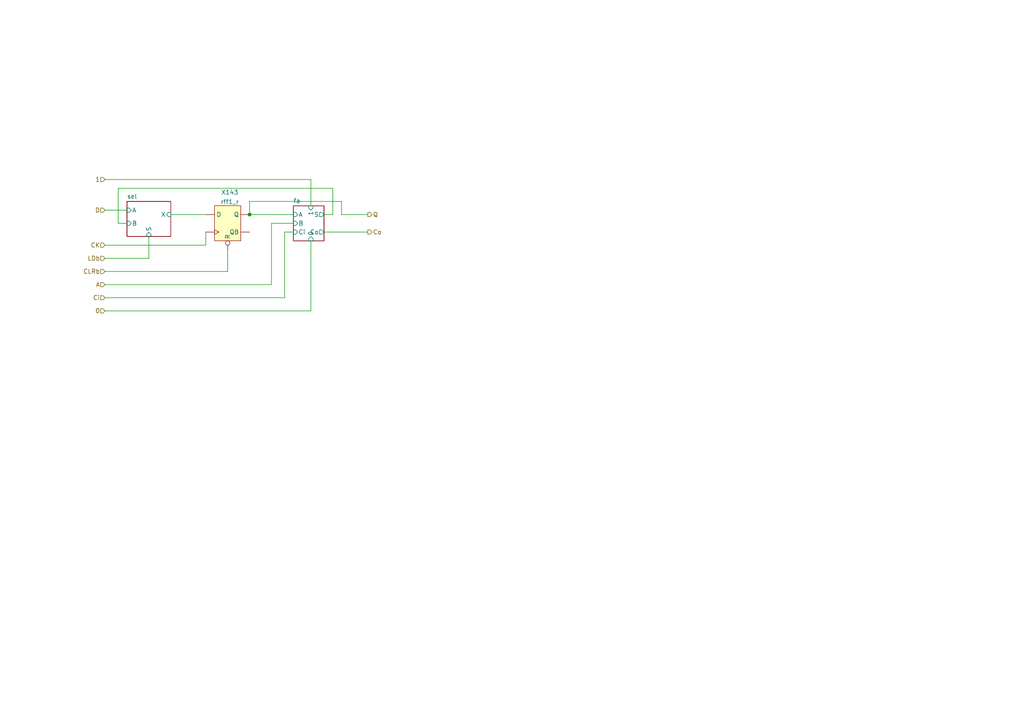
<source format=kicad_sch>
(kicad_sch (version 20211123) (generator eeschema)
  (paper "A4")
  (lib_symbols
    (symbol "OR1_SC:rff1_r"
      (property "Reference" "X" (at 0 6.35 0))
      (property "Value" "rff1_r" (at 3.81 -7.62 0))
      (symbol "rff1_r_0_1"
        (rectangle (start -3.81 5.08) (end 3.81 -5.08) (stroke (width 0.1524)) (fill (type background)))
      )
      (symbol "rff1_r_1_1"
        (pin input clock (at -6.35 -2.54 0) (length 2.54) (name "CK") (number ""))
        (pin input line (at -6.35 2.54 0) (length 2.54) (name "D") (number ""))
        (pin output line (at 6.35 2.54 180) (length 2.54) (name "Q") (number ""))
        (pin output line (at 6.35 -2.54 180) (length 2.54) (name "QB") (number ""))
        (pin input inverted (at 0 -7.62 90) (length 2.54) (name "R") (number ""))
        (pin power_in line (at 2.54 5.08 0) (length 2.54) hide (name "VDD") (number ""))
        (pin power_in line (at 2.54 -5.08 0) (length 2.54) hide (name "VSS") (number ""))
      )
    )
  )
  (junction (at 72.39 62.23))
  (wire (pts (xy 30.48 82.55) (xy 78.74 82.55)))
  (wire (pts (xy 96.52 62.23) (xy 93.98 62.23)))
  (wire (pts (xy 78.74 82.55) (xy 78.74 64.77)))
  (wire (pts (xy 72.39 58.42) (xy 99.06 58.42)))
  (wire (pts (xy 30.48 71.12) (xy 59.69 71.12)))
  (wire (pts (xy 30.48 86.36) (xy 82.55 86.36)))
  (wire (pts (xy 43.18 74.93) (xy 43.18 68.58)))
  (wire (pts (xy 59.69 71.12) (xy 59.69 67.31)))
  (wire (pts (xy 99.06 62.23) (xy 106.68 62.23)))
  (wire (pts (xy 90.17 90.17) (xy 90.17 69.85)))
  (wire (pts (xy 30.48 60.96) (xy 36.83 60.96)))
  (wire (pts (xy 34.29 64.77) (xy 36.83 64.77)))
  (wire (pts (xy 72.39 62.23) (xy 85.09 62.23)))
  (wire (pts (xy 30.48 90.17) (xy 90.17 90.17)))
  (wire (pts (xy 34.29 54.61) (xy 96.52 54.61)))
  (wire (pts (xy 30.48 52.07) (xy 90.17 52.07)))
  (wire (pts (xy 93.98 67.31) (xy 106.68 67.31)))
  (wire (pts (xy 90.17 52.07) (xy 90.17 59.69)))
  (wire (pts (xy 30.48 78.74) (xy 66.04 78.74)))
  (wire (pts (xy 72.39 62.23) (xy 72.39 58.42)))
  (wire (pts (xy 82.55 86.36) (xy 82.55 67.31)))
  (wire (pts (xy 49.53 62.23) (xy 59.69 62.23)))
  (wire (pts (xy 96.52 54.61) (xy 96.52 62.23)))
  (wire (pts (xy 66.04 78.74) (xy 66.04 72.39)))
  (wire (pts (xy 34.29 54.61) (xy 34.29 64.77)))
  (wire (pts (xy 99.06 58.42) (xy 99.06 62.23)))
  (wire (pts (xy 30.48 74.93) (xy 43.18 74.93)))
  (wire (pts (xy 82.55 67.31) (xy 85.09 67.31)))
  (wire (pts (xy 78.74 64.77) (xy 85.09 64.77)))
  (hierarchical_label "Q" (shape output) (at 106.68 62.23 0))
  (hierarchical_label "Co" (shape output) (at 106.68 67.31 0))
  (hierarchical_label "CLRb" (shape input) (at 30.48 78.74 180))
  (hierarchical_label "D" (shape input) (at 30.48 60.96 180))
  (hierarchical_label "0" (shape input) (at 30.48 90.17 180))
  (hierarchical_label "LDb" (shape input) (at 30.48 74.93 180))
  (hierarchical_label "1" (shape input) (at 30.48 52.07 180))
  (hierarchical_label "CK" (shape input) (at 30.48 71.12 180))
  (hierarchical_label "A" (shape input) (at 30.48 82.55 180))
  (hierarchical_label "Ci" (shape input) (at 30.48 86.36 180))
  (symbol (lib_id "OR1_SC:rff1_r") (at 66.04 64.77 0)
    (property "Reference" "X143" (at 66.6369 55.7743 0))
    (property "Value" "rff1_r" (at 66.6369 58.5494 0))
  )
  (sheet (at 36.83 58.42) (size 12.7 10.16) (stroke (width 0.1524))
    (property "Sheet name" "sel" (at 36.83 57.7084 0) (effects (justify left bottom)))
    (property "Sheet file" "sel.kicad_sch" (effects hide))
    (pin "S" input (at 43.18 68.58 270))
    (pin "A" input (at 36.83 60.96 180))
    (pin "B" input (at 36.83 64.77 180))
    (pin "X" input (at 49.53 62.23 0))
  )
  (sheet (at 85.09 59.69) (size 8.89 10.16) (stroke (width 0.1524))
    (property "Sheet name" "fa" (at 85.09 58.9784 0) (effects (justify left bottom)))
    (property "Sheet file" "fa.kicad_sch" (effects hide))
    (pin "Ci" input (at 85.09 67.31 180))
    (pin "1" input (at 90.17 59.69 90))
    (pin "S" output (at 93.98 62.23 0))
    (pin "Co" output (at 93.98 67.31 0))
    (pin "0" input (at 90.17 69.85 270))
    (pin "B" input (at 85.09 64.77 180))
    (pin "A" input (at 85.09 62.23 180))
  )
)
</source>
